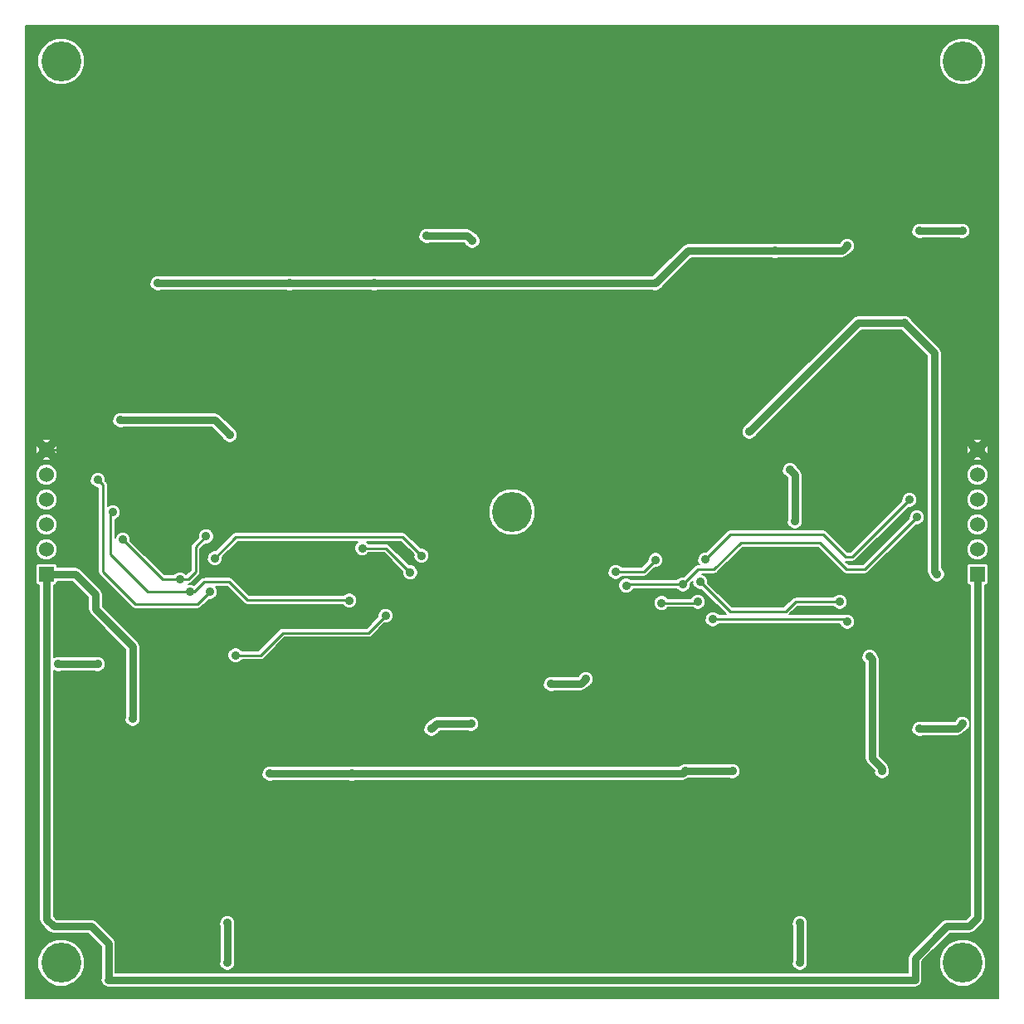
<source format=gbl>
G04 (created by PCBNEW (2013-07-07 BZR 4022)-stable) date 2/6/2015 12:36:25 AM*
%MOIN*%
G04 Gerber Fmt 3.4, Leading zero omitted, Abs format*
%FSLAX34Y34*%
G01*
G70*
G90*
G04 APERTURE LIST*
%ADD10C,0.00590551*%
%ADD11R,0.06X0.06*%
%ADD12C,0.06*%
%ADD13C,0.16*%
%ADD14C,0.035*%
%ADD15C,0.01*%
%ADD16C,0.03*%
%ADD17C,0.008*%
G04 APERTURE END LIST*
G54D10*
G54D11*
X16732Y-33996D03*
G54D12*
X16732Y-32996D03*
X16732Y-31996D03*
X16732Y-30996D03*
X16732Y-29996D03*
X16732Y-28996D03*
G54D11*
X54133Y-33996D03*
G54D12*
X54133Y-32996D03*
X54133Y-31996D03*
X54133Y-30996D03*
X54133Y-29996D03*
X54133Y-28996D03*
G54D13*
X17322Y-13385D03*
X53543Y-13385D03*
X53543Y-49606D03*
X17322Y-49606D03*
X35433Y-31496D03*
G54D14*
X24332Y-37246D03*
X30360Y-35662D03*
X43500Y-35800D03*
X48900Y-35900D03*
X19800Y-32600D03*
X23150Y-32475D03*
X29425Y-32950D03*
X31350Y-33925D03*
X39600Y-33900D03*
X41200Y-33425D03*
X48600Y-35100D03*
X43000Y-34300D03*
X22100Y-34200D03*
X19400Y-31500D03*
X40025Y-34450D03*
X28900Y-35050D03*
X51700Y-31700D03*
X42300Y-34400D03*
X22500Y-34700D03*
X44968Y-28270D03*
X41200Y-22300D03*
X46000Y-21000D03*
X48900Y-20800D03*
X52503Y-33996D03*
X51200Y-23900D03*
X42400Y-41900D03*
X44300Y-41900D03*
X50300Y-41900D03*
X49800Y-37300D03*
X20200Y-39800D03*
X29000Y-42000D03*
X25700Y-42000D03*
X26500Y-22300D03*
X19700Y-27800D03*
X24100Y-28400D03*
X21200Y-22300D03*
X29900Y-22300D03*
X23300Y-34700D03*
X18800Y-30200D03*
X51400Y-31000D03*
X43200Y-33400D03*
X51436Y-28908D03*
X23958Y-17380D03*
X29238Y-19646D03*
X21274Y-18370D03*
X21560Y-29084D03*
X19844Y-28688D03*
X17996Y-28996D03*
X21934Y-43098D03*
X28402Y-38808D03*
X23694Y-38038D03*
X41954Y-44946D03*
X43252Y-37994D03*
X46860Y-39182D03*
X45716Y-36652D03*
X47410Y-33462D03*
X46904Y-19844D03*
X46750Y-21868D03*
X42042Y-28270D03*
X49500Y-19580D03*
X44726Y-17754D03*
X43450Y-17226D03*
X41448Y-17996D03*
X46650Y-33125D03*
X44875Y-34500D03*
X26500Y-33000D03*
X25100Y-34600D03*
X53524Y-20200D03*
X51800Y-20200D03*
X53524Y-40000D03*
X51800Y-40200D03*
X23500Y-33350D03*
X31800Y-33250D03*
X41450Y-35150D03*
X42900Y-35100D03*
X47000Y-49600D03*
X47000Y-48000D03*
X46800Y-31871D03*
X46600Y-29800D03*
X17200Y-37600D03*
X18800Y-37600D03*
X37000Y-38400D03*
X38400Y-38200D03*
X33800Y-40000D03*
X32200Y-40200D03*
X24000Y-48000D03*
X24000Y-49600D03*
X33839Y-20600D03*
X32000Y-20400D03*
G54D15*
X25322Y-37246D02*
X24332Y-37246D01*
X26224Y-36344D02*
X25322Y-37246D01*
X29678Y-36344D02*
X26224Y-36344D01*
X30360Y-35662D02*
X29678Y-36344D01*
X48800Y-35800D02*
X43500Y-35800D01*
X48900Y-35900D02*
X48800Y-35800D01*
X21400Y-34200D02*
X22100Y-34200D01*
X19800Y-32600D02*
X21400Y-34200D01*
X22425Y-34200D02*
X22100Y-34200D01*
X22725Y-33900D02*
X22425Y-34200D01*
X22725Y-32900D02*
X22725Y-33900D01*
X23150Y-32475D02*
X22725Y-32900D01*
X30375Y-32950D02*
X29425Y-32950D01*
X31350Y-33925D02*
X30375Y-32950D01*
X40725Y-33900D02*
X39600Y-33900D01*
X41200Y-33425D02*
X40725Y-33900D01*
X48600Y-35100D02*
X46825Y-35100D01*
X44200Y-35500D02*
X43000Y-34300D01*
X46425Y-35500D02*
X44200Y-35500D01*
X46825Y-35100D02*
X46425Y-35500D01*
X20000Y-33900D02*
X20800Y-34700D01*
X20800Y-34700D02*
X22500Y-34700D01*
X19300Y-33200D02*
X20000Y-33900D01*
X19300Y-31600D02*
X19300Y-33200D01*
X19400Y-31500D02*
X19300Y-31600D01*
X22500Y-34700D02*
X22675Y-34700D01*
X40075Y-34400D02*
X42300Y-34400D01*
X40025Y-34450D02*
X40075Y-34400D01*
X28875Y-35025D02*
X28900Y-35050D01*
X24800Y-35025D02*
X28875Y-35025D01*
X24075Y-34300D02*
X24800Y-35025D01*
X23075Y-34300D02*
X24075Y-34300D01*
X22675Y-34700D02*
X23075Y-34300D01*
X49600Y-33800D02*
X48875Y-33800D01*
X48875Y-33800D02*
X47800Y-32725D01*
X47800Y-32725D02*
X44625Y-32725D01*
X44625Y-32725D02*
X43550Y-33800D01*
X43550Y-33800D02*
X42900Y-33800D01*
X42900Y-33800D02*
X42300Y-34400D01*
X51700Y-31700D02*
X49600Y-33800D01*
G54D16*
X16732Y-47832D02*
X16732Y-47852D01*
X16732Y-33996D02*
X16732Y-47832D01*
X19220Y-48840D02*
X19220Y-50300D01*
X18520Y-48140D02*
X19220Y-48840D01*
X17020Y-48140D02*
X18520Y-48140D01*
X16732Y-47852D02*
X17020Y-48140D01*
X54133Y-47780D02*
X54133Y-47806D01*
X54133Y-47806D02*
X53800Y-48140D01*
X53800Y-48140D02*
X52900Y-48140D01*
X52900Y-48140D02*
X51625Y-49414D01*
X51625Y-49414D02*
X51625Y-50300D01*
X51625Y-50300D02*
X19220Y-50300D01*
X19220Y-50300D02*
X19200Y-50300D01*
X49338Y-23900D02*
X51200Y-23900D01*
X44968Y-28270D02*
X49338Y-23900D01*
X54133Y-33996D02*
X54133Y-47780D01*
X54133Y-47780D02*
X54133Y-47791D01*
X29000Y-42000D02*
X42300Y-42000D01*
X42300Y-42000D02*
X42400Y-41900D01*
X41200Y-22300D02*
X29900Y-22300D01*
X46000Y-21000D02*
X42500Y-21000D01*
X42500Y-21000D02*
X41200Y-22300D01*
X48700Y-21000D02*
X46000Y-21000D01*
X48900Y-20800D02*
X48700Y-21000D01*
X52400Y-25100D02*
X51200Y-23900D01*
X52400Y-33892D02*
X52400Y-25100D01*
X52400Y-33892D02*
X52503Y-33996D01*
X44300Y-41900D02*
X42400Y-41900D01*
X50300Y-41800D02*
X50300Y-41900D01*
X49900Y-41400D02*
X50300Y-41800D01*
X49900Y-37400D02*
X49900Y-41400D01*
X49800Y-37300D02*
X49900Y-37400D01*
X16732Y-33996D02*
X17896Y-33996D01*
X18700Y-35400D02*
X20200Y-36900D01*
X20200Y-36900D02*
X20200Y-39800D01*
X18700Y-34800D02*
X18700Y-35400D01*
X17896Y-33996D02*
X18700Y-34800D01*
X25700Y-42000D02*
X29000Y-42000D01*
X23500Y-27800D02*
X19700Y-27800D01*
X24100Y-28400D02*
X23500Y-27800D01*
X21200Y-22300D02*
X26500Y-22300D01*
X26500Y-22300D02*
X29900Y-22300D01*
G54D15*
X19900Y-34800D02*
X20300Y-35200D01*
X20300Y-35200D02*
X22800Y-35200D01*
X22800Y-35200D02*
X23300Y-34700D01*
X19000Y-33900D02*
X19900Y-34800D01*
X19000Y-30400D02*
X19000Y-33900D01*
X18800Y-30200D02*
X19000Y-30400D01*
X49100Y-33300D02*
X48825Y-33300D01*
X51400Y-31000D02*
X49100Y-33300D01*
X44200Y-32400D02*
X43200Y-33400D01*
X47925Y-32400D02*
X44200Y-32400D01*
X48825Y-33300D02*
X47925Y-32400D01*
X43300Y-33300D02*
X43200Y-33400D01*
X42944Y-29172D02*
X42042Y-28270D01*
X45078Y-29172D02*
X42944Y-29172D01*
X45606Y-28644D02*
X45078Y-29172D01*
X51172Y-28644D02*
X45606Y-28644D01*
X51436Y-28908D02*
X51172Y-28644D01*
X43252Y-37994D02*
X39710Y-37994D01*
X30206Y-38808D02*
X28402Y-38808D01*
X31812Y-37202D02*
X30206Y-38808D01*
X38918Y-37202D02*
X31812Y-37202D01*
X39710Y-37994D02*
X38918Y-37202D01*
X41448Y-17996D02*
X30888Y-17996D01*
X30888Y-17996D02*
X29238Y-19646D01*
X21428Y-18216D02*
X21274Y-18370D01*
X23122Y-18216D02*
X21428Y-18216D01*
X23958Y-17380D02*
X23122Y-18216D01*
X27962Y-18370D02*
X21274Y-18370D01*
X29238Y-19646D02*
X27962Y-18370D01*
X16732Y-28996D02*
X17995Y-28996D01*
X20240Y-29084D02*
X21560Y-29084D01*
X19844Y-28688D02*
X20240Y-29084D01*
X17995Y-28996D02*
X17996Y-28996D01*
X26500Y-33000D02*
X28424Y-33000D01*
X28424Y-33000D02*
X31196Y-35772D01*
X31196Y-35772D02*
X31196Y-36520D01*
X31196Y-36520D02*
X29326Y-38390D01*
X29326Y-38390D02*
X28820Y-38390D01*
X28820Y-38390D02*
X28402Y-38808D01*
X26488Y-38544D02*
X26488Y-38038D01*
X21934Y-43098D02*
X26488Y-38544D01*
X27632Y-38038D02*
X26488Y-38038D01*
X28402Y-38808D02*
X27632Y-38038D01*
X26488Y-38038D02*
X23694Y-38038D01*
X46860Y-43956D02*
X46860Y-39182D01*
X45914Y-44902D02*
X46860Y-43956D01*
X41998Y-44902D02*
X45914Y-44902D01*
X41954Y-44946D02*
X41998Y-44902D01*
X45672Y-37994D02*
X43252Y-37994D01*
X46860Y-39182D02*
X45672Y-37994D01*
X49082Y-36652D02*
X45716Y-36652D01*
X49676Y-36058D02*
X49082Y-36652D01*
X49676Y-34628D02*
X49676Y-36058D01*
X49566Y-34518D02*
X49676Y-34628D01*
X48466Y-34518D02*
X49566Y-34518D01*
X47410Y-33462D02*
X48466Y-34518D01*
X46904Y-19844D02*
X46926Y-19844D01*
X41822Y-26796D02*
X46750Y-21868D01*
X41822Y-28050D02*
X41822Y-26796D01*
X42042Y-28270D02*
X41822Y-28050D01*
X49236Y-19844D02*
X49500Y-19580D01*
X46816Y-19844D02*
X46926Y-19844D01*
X46926Y-19844D02*
X49236Y-19844D01*
X44726Y-17754D02*
X46816Y-19844D01*
X42218Y-17226D02*
X43450Y-17226D01*
X41448Y-17996D02*
X42218Y-17226D01*
G54D16*
X16732Y-28996D02*
X16732Y-29132D01*
X16732Y-29132D02*
X16864Y-29000D01*
G54D15*
X46250Y-33125D02*
X46650Y-33125D01*
X44875Y-34500D02*
X46250Y-33125D01*
X26500Y-33200D02*
X26500Y-33000D01*
X25100Y-34600D02*
X26500Y-33200D01*
G54D16*
X51800Y-20200D02*
X53524Y-20200D01*
X53324Y-40200D02*
X51800Y-40200D01*
X53324Y-40200D02*
X53524Y-40000D01*
G54D15*
X24350Y-32500D02*
X23500Y-33350D01*
X31050Y-32500D02*
X24350Y-32500D01*
X31800Y-33250D02*
X31050Y-32500D01*
X42850Y-35150D02*
X41450Y-35150D01*
X42900Y-35100D02*
X42850Y-35150D01*
G54D16*
X47000Y-48000D02*
X47000Y-49600D01*
X46800Y-30000D02*
X46600Y-29800D01*
X46800Y-30000D02*
X46800Y-31871D01*
X18800Y-37600D02*
X17200Y-37600D01*
X38200Y-38400D02*
X37000Y-38400D01*
X38400Y-38200D02*
X38200Y-38400D01*
X32400Y-40000D02*
X33800Y-40000D01*
X32200Y-40200D02*
X32400Y-40000D01*
X24000Y-48000D02*
X24000Y-49600D01*
X33639Y-20400D02*
X32000Y-20400D01*
X33639Y-20400D02*
X33839Y-20600D01*
G54D10*
G36*
X54978Y-51041D02*
X54579Y-51041D01*
X54579Y-28948D01*
X54564Y-28868D01*
X54512Y-28829D01*
X54483Y-28858D01*
X54483Y-13199D01*
X54340Y-12854D01*
X54076Y-12589D01*
X53731Y-12445D01*
X53357Y-12445D01*
X53011Y-12588D01*
X52746Y-12852D01*
X52603Y-13198D01*
X52603Y-13571D01*
X52745Y-13917D01*
X53010Y-14182D01*
X53355Y-14325D01*
X53729Y-14325D01*
X54075Y-14183D01*
X54339Y-13918D01*
X54483Y-13573D01*
X54483Y-13199D01*
X54483Y-28858D01*
X54345Y-28996D01*
X54512Y-29162D01*
X54564Y-29123D01*
X54579Y-28948D01*
X54579Y-51041D01*
X54573Y-51041D01*
X54573Y-32908D01*
X54573Y-31908D01*
X54573Y-30908D01*
X54573Y-29908D01*
X54507Y-29747D01*
X54383Y-29623D01*
X54300Y-29588D01*
X54300Y-29374D01*
X54300Y-28617D01*
X54261Y-28565D01*
X54086Y-28549D01*
X54006Y-28565D01*
X53967Y-28617D01*
X54133Y-28783D01*
X54300Y-28617D01*
X54300Y-29374D01*
X54133Y-29208D01*
X53967Y-29374D01*
X54006Y-29426D01*
X54181Y-29442D01*
X54261Y-29426D01*
X54300Y-29374D01*
X54300Y-29588D01*
X54221Y-29556D01*
X54046Y-29555D01*
X53921Y-29607D01*
X53921Y-28996D01*
X53839Y-28913D01*
X53839Y-20137D01*
X53791Y-20021D01*
X53703Y-19933D01*
X53587Y-19885D01*
X53462Y-19884D01*
X53401Y-19910D01*
X51923Y-19910D01*
X51862Y-19885D01*
X51737Y-19884D01*
X51621Y-19932D01*
X51533Y-20021D01*
X51485Y-20137D01*
X51484Y-20262D01*
X51532Y-20378D01*
X51621Y-20466D01*
X51737Y-20514D01*
X51862Y-20515D01*
X51923Y-20490D01*
X53401Y-20490D01*
X53461Y-20514D01*
X53586Y-20515D01*
X53702Y-20467D01*
X53791Y-20378D01*
X53839Y-20262D01*
X53839Y-20137D01*
X53839Y-28913D01*
X53755Y-28829D01*
X53703Y-28868D01*
X53687Y-29043D01*
X53703Y-29123D01*
X53755Y-29162D01*
X53921Y-28996D01*
X53921Y-29607D01*
X53884Y-29622D01*
X53761Y-29746D01*
X53693Y-29908D01*
X53693Y-30083D01*
X53760Y-30244D01*
X53884Y-30368D01*
X54045Y-30435D01*
X54220Y-30436D01*
X54382Y-30369D01*
X54506Y-30245D01*
X54573Y-30083D01*
X54573Y-29908D01*
X54573Y-30908D01*
X54507Y-30747D01*
X54383Y-30623D01*
X54221Y-30556D01*
X54046Y-30555D01*
X53884Y-30622D01*
X53761Y-30746D01*
X53693Y-30908D01*
X53693Y-31083D01*
X53760Y-31244D01*
X53884Y-31368D01*
X54045Y-31435D01*
X54220Y-31436D01*
X54382Y-31369D01*
X54506Y-31245D01*
X54573Y-31083D01*
X54573Y-30908D01*
X54573Y-31908D01*
X54507Y-31747D01*
X54383Y-31623D01*
X54221Y-31556D01*
X54046Y-31555D01*
X53884Y-31622D01*
X53761Y-31746D01*
X53693Y-31908D01*
X53693Y-32083D01*
X53760Y-32244D01*
X53884Y-32368D01*
X54045Y-32435D01*
X54220Y-32436D01*
X54382Y-32369D01*
X54506Y-32245D01*
X54573Y-32083D01*
X54573Y-31908D01*
X54573Y-32908D01*
X54507Y-32747D01*
X54383Y-32623D01*
X54221Y-32556D01*
X54046Y-32555D01*
X53884Y-32622D01*
X53761Y-32746D01*
X53693Y-32908D01*
X53693Y-33083D01*
X53760Y-33244D01*
X53884Y-33368D01*
X54045Y-33435D01*
X54220Y-33436D01*
X54382Y-33369D01*
X54506Y-33245D01*
X54573Y-33083D01*
X54573Y-32908D01*
X54573Y-51041D01*
X54573Y-51041D01*
X54573Y-34268D01*
X54573Y-33668D01*
X54552Y-33616D01*
X54513Y-33577D01*
X54461Y-33556D01*
X54406Y-33556D01*
X53806Y-33556D01*
X53754Y-33577D01*
X53715Y-33616D01*
X53693Y-33668D01*
X53693Y-33723D01*
X53693Y-34323D01*
X53715Y-34375D01*
X53754Y-34414D01*
X53805Y-34436D01*
X53843Y-34436D01*
X53843Y-47686D01*
X53839Y-47690D01*
X53839Y-39937D01*
X53791Y-39821D01*
X53703Y-39733D01*
X53587Y-39685D01*
X53462Y-39684D01*
X53346Y-39732D01*
X53257Y-39821D01*
X53232Y-39881D01*
X53204Y-39910D01*
X52818Y-39910D01*
X52818Y-33933D01*
X52771Y-33817D01*
X52690Y-33736D01*
X52690Y-25100D01*
X52689Y-25099D01*
X52690Y-25099D01*
X52667Y-24989D01*
X52605Y-24894D01*
X52605Y-24894D01*
X51492Y-23781D01*
X51467Y-23721D01*
X51378Y-23633D01*
X51262Y-23585D01*
X51137Y-23584D01*
X51076Y-23610D01*
X49338Y-23610D01*
X49227Y-23632D01*
X49215Y-23640D01*
X49215Y-20737D01*
X49167Y-20621D01*
X49078Y-20533D01*
X48962Y-20485D01*
X48837Y-20484D01*
X48721Y-20532D01*
X48633Y-20621D01*
X48607Y-20681D01*
X48579Y-20710D01*
X46123Y-20710D01*
X46062Y-20685D01*
X45937Y-20684D01*
X45876Y-20710D01*
X42500Y-20710D01*
X42389Y-20732D01*
X42294Y-20794D01*
X41081Y-22007D01*
X41076Y-22010D01*
X34154Y-22010D01*
X34154Y-20537D01*
X34106Y-20421D01*
X34018Y-20333D01*
X33957Y-20307D01*
X33844Y-20194D01*
X33750Y-20132D01*
X33639Y-20110D01*
X32123Y-20110D01*
X32062Y-20085D01*
X31937Y-20084D01*
X31821Y-20132D01*
X31733Y-20221D01*
X31685Y-20337D01*
X31684Y-20462D01*
X31732Y-20578D01*
X31821Y-20666D01*
X31937Y-20714D01*
X32062Y-20715D01*
X32123Y-20690D01*
X33519Y-20690D01*
X33547Y-20718D01*
X33572Y-20778D01*
X33660Y-20866D01*
X33776Y-20914D01*
X33901Y-20915D01*
X34017Y-20867D01*
X34106Y-20778D01*
X34154Y-20662D01*
X34154Y-20537D01*
X34154Y-22010D01*
X30023Y-22010D01*
X29962Y-21985D01*
X29837Y-21984D01*
X29776Y-22010D01*
X26623Y-22010D01*
X26562Y-21985D01*
X26437Y-21984D01*
X26376Y-22010D01*
X21323Y-22010D01*
X21262Y-21985D01*
X21137Y-21984D01*
X21021Y-22032D01*
X20933Y-22121D01*
X20885Y-22237D01*
X20884Y-22362D01*
X20932Y-22478D01*
X21021Y-22566D01*
X21137Y-22614D01*
X21262Y-22615D01*
X21323Y-22590D01*
X26376Y-22590D01*
X26437Y-22614D01*
X26562Y-22615D01*
X26623Y-22590D01*
X29776Y-22590D01*
X29837Y-22614D01*
X29962Y-22615D01*
X30023Y-22590D01*
X41076Y-22590D01*
X41137Y-22614D01*
X41262Y-22615D01*
X41378Y-22567D01*
X41466Y-22478D01*
X41492Y-22418D01*
X42620Y-21290D01*
X45876Y-21290D01*
X45937Y-21314D01*
X46062Y-21315D01*
X46123Y-21290D01*
X48700Y-21290D01*
X48810Y-21267D01*
X48905Y-21205D01*
X49018Y-21092D01*
X49078Y-21067D01*
X49166Y-20978D01*
X49214Y-20862D01*
X49215Y-20737D01*
X49215Y-23640D01*
X49132Y-23694D01*
X49132Y-23694D01*
X44849Y-27977D01*
X44789Y-28002D01*
X44701Y-28091D01*
X44653Y-28207D01*
X44652Y-28332D01*
X44700Y-28448D01*
X44789Y-28536D01*
X44905Y-28584D01*
X45030Y-28585D01*
X45146Y-28537D01*
X45234Y-28448D01*
X45260Y-28388D01*
X49458Y-24190D01*
X51076Y-24190D01*
X51081Y-24192D01*
X52110Y-25220D01*
X52110Y-33892D01*
X52132Y-34003D01*
X52194Y-34097D01*
X52211Y-34114D01*
X52236Y-34174D01*
X52325Y-34262D01*
X52441Y-34311D01*
X52566Y-34311D01*
X52682Y-34263D01*
X52770Y-34174D01*
X52818Y-34058D01*
X52818Y-33933D01*
X52818Y-39910D01*
X52015Y-39910D01*
X52015Y-31637D01*
X51967Y-31521D01*
X51878Y-31433D01*
X51762Y-31385D01*
X51637Y-31384D01*
X51521Y-31432D01*
X51433Y-31521D01*
X51385Y-31637D01*
X51384Y-31746D01*
X49521Y-33610D01*
X48953Y-33610D01*
X48833Y-33490D01*
X49100Y-33490D01*
X49172Y-33475D01*
X49234Y-33434D01*
X51353Y-31314D01*
X51462Y-31315D01*
X51578Y-31267D01*
X51666Y-31178D01*
X51714Y-31062D01*
X51715Y-30937D01*
X51667Y-30821D01*
X51578Y-30733D01*
X51462Y-30685D01*
X51337Y-30684D01*
X51221Y-30732D01*
X51133Y-30821D01*
X51085Y-30937D01*
X51084Y-31046D01*
X49021Y-33110D01*
X48903Y-33110D01*
X48059Y-32265D01*
X47997Y-32224D01*
X47925Y-32210D01*
X47115Y-32210D01*
X47115Y-31808D01*
X47090Y-31748D01*
X47090Y-30000D01*
X47067Y-29889D01*
X47005Y-29794D01*
X46892Y-29681D01*
X46867Y-29621D01*
X46778Y-29533D01*
X46662Y-29485D01*
X46537Y-29484D01*
X46421Y-29532D01*
X46333Y-29621D01*
X46285Y-29737D01*
X46284Y-29862D01*
X46332Y-29978D01*
X46421Y-30066D01*
X46481Y-30092D01*
X46510Y-30120D01*
X46510Y-31748D01*
X46485Y-31808D01*
X46484Y-31933D01*
X46532Y-32049D01*
X46621Y-32137D01*
X46737Y-32186D01*
X46862Y-32186D01*
X46978Y-32138D01*
X47066Y-32049D01*
X47114Y-31933D01*
X47115Y-31808D01*
X47115Y-32210D01*
X44200Y-32210D01*
X44127Y-32224D01*
X44065Y-32265D01*
X44065Y-32265D01*
X43246Y-33085D01*
X43137Y-33084D01*
X43021Y-33132D01*
X42933Y-33221D01*
X42885Y-33337D01*
X42884Y-33462D01*
X42932Y-33578D01*
X42964Y-33610D01*
X42900Y-33610D01*
X42827Y-33624D01*
X42765Y-33665D01*
X42765Y-33665D01*
X42346Y-34085D01*
X42237Y-34084D01*
X42121Y-34132D01*
X42044Y-34210D01*
X41515Y-34210D01*
X41515Y-33362D01*
X41467Y-33246D01*
X41378Y-33158D01*
X41262Y-33110D01*
X41137Y-33109D01*
X41021Y-33157D01*
X40933Y-33246D01*
X40885Y-33362D01*
X40884Y-33471D01*
X40646Y-33710D01*
X39855Y-33710D01*
X39778Y-33633D01*
X39662Y-33585D01*
X39537Y-33584D01*
X39421Y-33632D01*
X39333Y-33721D01*
X39285Y-33837D01*
X39284Y-33962D01*
X39332Y-34078D01*
X39421Y-34166D01*
X39537Y-34214D01*
X39662Y-34215D01*
X39778Y-34167D01*
X39855Y-34090D01*
X40725Y-34090D01*
X40797Y-34075D01*
X40859Y-34034D01*
X41153Y-33739D01*
X41262Y-33740D01*
X41378Y-33692D01*
X41466Y-33603D01*
X41514Y-33487D01*
X41515Y-33362D01*
X41515Y-34210D01*
X40230Y-34210D01*
X40203Y-34183D01*
X40087Y-34135D01*
X39962Y-34134D01*
X39846Y-34182D01*
X39758Y-34271D01*
X39710Y-34387D01*
X39709Y-34512D01*
X39757Y-34628D01*
X39846Y-34716D01*
X39962Y-34764D01*
X40087Y-34765D01*
X40203Y-34717D01*
X40291Y-34628D01*
X40307Y-34590D01*
X42044Y-34590D01*
X42121Y-34666D01*
X42237Y-34714D01*
X42362Y-34715D01*
X42478Y-34667D01*
X42566Y-34578D01*
X42614Y-34462D01*
X42615Y-34353D01*
X42685Y-34283D01*
X42684Y-34362D01*
X42732Y-34478D01*
X42821Y-34566D01*
X42937Y-34614D01*
X43046Y-34615D01*
X44041Y-35610D01*
X43755Y-35610D01*
X43678Y-35533D01*
X43562Y-35485D01*
X43437Y-35484D01*
X43321Y-35532D01*
X43233Y-35621D01*
X43215Y-35664D01*
X43215Y-35037D01*
X43167Y-34921D01*
X43078Y-34833D01*
X42962Y-34785D01*
X42837Y-34784D01*
X42721Y-34832D01*
X42633Y-34921D01*
X42617Y-34960D01*
X41705Y-34960D01*
X41628Y-34883D01*
X41512Y-34835D01*
X41387Y-34834D01*
X41271Y-34882D01*
X41183Y-34971D01*
X41135Y-35087D01*
X41134Y-35212D01*
X41182Y-35328D01*
X41271Y-35416D01*
X41387Y-35464D01*
X41512Y-35465D01*
X41628Y-35417D01*
X41705Y-35340D01*
X42694Y-35340D01*
X42721Y-35366D01*
X42837Y-35414D01*
X42962Y-35415D01*
X43078Y-35367D01*
X43166Y-35278D01*
X43214Y-35162D01*
X43215Y-35037D01*
X43215Y-35664D01*
X43185Y-35737D01*
X43184Y-35862D01*
X43232Y-35978D01*
X43321Y-36066D01*
X43437Y-36114D01*
X43562Y-36115D01*
X43678Y-36067D01*
X43755Y-35990D01*
X48596Y-35990D01*
X48632Y-36078D01*
X48721Y-36166D01*
X48837Y-36214D01*
X48962Y-36215D01*
X49078Y-36167D01*
X49166Y-36078D01*
X49214Y-35962D01*
X49215Y-35837D01*
X49167Y-35721D01*
X49078Y-35633D01*
X48962Y-35585D01*
X48837Y-35584D01*
X48776Y-35610D01*
X46583Y-35610D01*
X46903Y-35290D01*
X48344Y-35290D01*
X48421Y-35366D01*
X48537Y-35414D01*
X48662Y-35415D01*
X48778Y-35367D01*
X48866Y-35278D01*
X48914Y-35162D01*
X48915Y-35037D01*
X48867Y-34921D01*
X48778Y-34833D01*
X48662Y-34785D01*
X48537Y-34784D01*
X48421Y-34832D01*
X48344Y-34910D01*
X46825Y-34910D01*
X46824Y-34910D01*
X46810Y-34912D01*
X46752Y-34924D01*
X46690Y-34965D01*
X46690Y-34965D01*
X46346Y-35310D01*
X44278Y-35310D01*
X43314Y-34346D01*
X43315Y-34237D01*
X43267Y-34121D01*
X43178Y-34033D01*
X43074Y-33990D01*
X43550Y-33990D01*
X43622Y-33975D01*
X43684Y-33934D01*
X44703Y-32915D01*
X47721Y-32915D01*
X48740Y-33934D01*
X48802Y-33975D01*
X48875Y-33990D01*
X49600Y-33990D01*
X49672Y-33975D01*
X49734Y-33934D01*
X51653Y-32014D01*
X51762Y-32015D01*
X51878Y-31967D01*
X51966Y-31878D01*
X52014Y-31762D01*
X52015Y-31637D01*
X52015Y-39910D01*
X51923Y-39910D01*
X51862Y-39885D01*
X51737Y-39884D01*
X51621Y-39932D01*
X51533Y-40021D01*
X51485Y-40137D01*
X51484Y-40262D01*
X51532Y-40378D01*
X51621Y-40466D01*
X51737Y-40514D01*
X51862Y-40515D01*
X51923Y-40490D01*
X53324Y-40490D01*
X53435Y-40467D01*
X53529Y-40405D01*
X53642Y-40292D01*
X53702Y-40267D01*
X53791Y-40178D01*
X53839Y-40062D01*
X53839Y-39937D01*
X53839Y-47690D01*
X53679Y-47850D01*
X52900Y-47850D01*
X52789Y-47872D01*
X52694Y-47934D01*
X52694Y-47934D01*
X51420Y-49209D01*
X51357Y-49303D01*
X51335Y-49414D01*
X51335Y-50010D01*
X50615Y-50010D01*
X50615Y-41837D01*
X50581Y-41755D01*
X50581Y-41755D01*
X50567Y-41689D01*
X50505Y-41594D01*
X50505Y-41594D01*
X50190Y-41279D01*
X50190Y-37400D01*
X50167Y-37289D01*
X50105Y-37194D01*
X50092Y-37181D01*
X50067Y-37121D01*
X49978Y-37033D01*
X49862Y-36985D01*
X49737Y-36984D01*
X49621Y-37032D01*
X49533Y-37121D01*
X49485Y-37237D01*
X49484Y-37362D01*
X49532Y-37478D01*
X49610Y-37555D01*
X49610Y-41400D01*
X49632Y-41510D01*
X49694Y-41605D01*
X49985Y-41895D01*
X49984Y-41962D01*
X50032Y-42078D01*
X50121Y-42166D01*
X50237Y-42214D01*
X50362Y-42215D01*
X50478Y-42167D01*
X50566Y-42078D01*
X50614Y-41962D01*
X50615Y-41837D01*
X50615Y-50010D01*
X47315Y-50010D01*
X47315Y-49537D01*
X47290Y-49476D01*
X47290Y-48123D01*
X47314Y-48062D01*
X47315Y-47937D01*
X47267Y-47821D01*
X47178Y-47733D01*
X47062Y-47685D01*
X46937Y-47684D01*
X46821Y-47732D01*
X46733Y-47821D01*
X46685Y-47937D01*
X46684Y-48062D01*
X46710Y-48123D01*
X46710Y-49476D01*
X46685Y-49537D01*
X46684Y-49662D01*
X46732Y-49778D01*
X46821Y-49866D01*
X46937Y-49914D01*
X47062Y-49915D01*
X47178Y-49867D01*
X47266Y-49778D01*
X47314Y-49662D01*
X47315Y-49537D01*
X47315Y-50010D01*
X44615Y-50010D01*
X44615Y-41837D01*
X44567Y-41721D01*
X44478Y-41633D01*
X44362Y-41585D01*
X44237Y-41584D01*
X44176Y-41610D01*
X42523Y-41610D01*
X42462Y-41585D01*
X42337Y-41584D01*
X42221Y-41632D01*
X42144Y-41710D01*
X38715Y-41710D01*
X38715Y-38137D01*
X38667Y-38021D01*
X38578Y-37933D01*
X38462Y-37885D01*
X38337Y-37884D01*
X38221Y-37932D01*
X38133Y-38021D01*
X38107Y-38081D01*
X38079Y-38110D01*
X37123Y-38110D01*
X37062Y-38085D01*
X36937Y-38084D01*
X36821Y-38132D01*
X36733Y-38221D01*
X36685Y-38337D01*
X36684Y-38462D01*
X36732Y-38578D01*
X36821Y-38666D01*
X36937Y-38714D01*
X37062Y-38715D01*
X37123Y-38690D01*
X38200Y-38690D01*
X38310Y-38667D01*
X38405Y-38605D01*
X38518Y-38492D01*
X38578Y-38467D01*
X38666Y-38378D01*
X38714Y-38262D01*
X38715Y-38137D01*
X38715Y-41710D01*
X36373Y-41710D01*
X36373Y-31309D01*
X36230Y-30964D01*
X35966Y-30699D01*
X35620Y-30556D01*
X35246Y-30555D01*
X34901Y-30698D01*
X34636Y-30962D01*
X34493Y-31308D01*
X34492Y-31682D01*
X34635Y-32027D01*
X34899Y-32292D01*
X35245Y-32435D01*
X35619Y-32436D01*
X35964Y-32293D01*
X36229Y-32029D01*
X36372Y-31683D01*
X36373Y-31309D01*
X36373Y-41710D01*
X34115Y-41710D01*
X34115Y-39937D01*
X34067Y-39821D01*
X33978Y-39733D01*
X33862Y-39685D01*
X33737Y-39684D01*
X33676Y-39710D01*
X32400Y-39710D01*
X32289Y-39732D01*
X32194Y-39794D01*
X32115Y-39874D01*
X32115Y-33187D01*
X32067Y-33071D01*
X31978Y-32983D01*
X31862Y-32935D01*
X31753Y-32934D01*
X31184Y-32365D01*
X31122Y-32324D01*
X31050Y-32310D01*
X24415Y-32310D01*
X24415Y-28337D01*
X24367Y-28221D01*
X24278Y-28133D01*
X24218Y-28107D01*
X23705Y-27594D01*
X23610Y-27532D01*
X23500Y-27510D01*
X19823Y-27510D01*
X19762Y-27485D01*
X19637Y-27484D01*
X19521Y-27532D01*
X19433Y-27621D01*
X19385Y-27737D01*
X19384Y-27862D01*
X19432Y-27978D01*
X19521Y-28066D01*
X19637Y-28114D01*
X19762Y-28115D01*
X19823Y-28090D01*
X23379Y-28090D01*
X23807Y-28518D01*
X23832Y-28578D01*
X23921Y-28666D01*
X24037Y-28714D01*
X24162Y-28715D01*
X24278Y-28667D01*
X24366Y-28578D01*
X24414Y-28462D01*
X24415Y-28337D01*
X24415Y-32310D01*
X24350Y-32310D01*
X24277Y-32324D01*
X24215Y-32365D01*
X23546Y-33035D01*
X23437Y-33034D01*
X23321Y-33082D01*
X23233Y-33171D01*
X23185Y-33287D01*
X23184Y-33412D01*
X23232Y-33528D01*
X23321Y-33616D01*
X23437Y-33664D01*
X23562Y-33665D01*
X23678Y-33617D01*
X23766Y-33528D01*
X23814Y-33412D01*
X23815Y-33303D01*
X24428Y-32690D01*
X29239Y-32690D01*
X29158Y-32771D01*
X29110Y-32887D01*
X29109Y-33012D01*
X29157Y-33128D01*
X29246Y-33216D01*
X29362Y-33264D01*
X29487Y-33265D01*
X29603Y-33217D01*
X29680Y-33140D01*
X30296Y-33140D01*
X31035Y-33878D01*
X31034Y-33987D01*
X31082Y-34103D01*
X31171Y-34191D01*
X31287Y-34239D01*
X31412Y-34240D01*
X31528Y-34192D01*
X31616Y-34103D01*
X31664Y-33987D01*
X31665Y-33862D01*
X31617Y-33746D01*
X31528Y-33658D01*
X31412Y-33610D01*
X31303Y-33609D01*
X30509Y-32815D01*
X30447Y-32774D01*
X30375Y-32760D01*
X29680Y-32760D01*
X29610Y-32690D01*
X30971Y-32690D01*
X31485Y-33203D01*
X31484Y-33312D01*
X31532Y-33428D01*
X31621Y-33516D01*
X31737Y-33564D01*
X31862Y-33565D01*
X31978Y-33517D01*
X32066Y-33428D01*
X32114Y-33312D01*
X32115Y-33187D01*
X32115Y-39874D01*
X32081Y-39907D01*
X32021Y-39932D01*
X31933Y-40021D01*
X31885Y-40137D01*
X31884Y-40262D01*
X31932Y-40378D01*
X32021Y-40466D01*
X32137Y-40514D01*
X32262Y-40515D01*
X32378Y-40467D01*
X32466Y-40378D01*
X32492Y-40318D01*
X32520Y-40290D01*
X33676Y-40290D01*
X33737Y-40314D01*
X33862Y-40315D01*
X33978Y-40267D01*
X34066Y-40178D01*
X34114Y-40062D01*
X34115Y-39937D01*
X34115Y-41710D01*
X30675Y-41710D01*
X30675Y-35599D01*
X30627Y-35483D01*
X30538Y-35395D01*
X30422Y-35347D01*
X30297Y-35346D01*
X30181Y-35394D01*
X30093Y-35483D01*
X30045Y-35599D01*
X30044Y-35708D01*
X29599Y-36154D01*
X29215Y-36154D01*
X29215Y-34987D01*
X29167Y-34871D01*
X29078Y-34783D01*
X28962Y-34735D01*
X28837Y-34734D01*
X28721Y-34782D01*
X28669Y-34835D01*
X24878Y-34835D01*
X24209Y-34165D01*
X24147Y-34124D01*
X24075Y-34110D01*
X23075Y-34110D01*
X23074Y-34110D01*
X23060Y-34112D01*
X23002Y-34124D01*
X22940Y-34165D01*
X22940Y-34165D01*
X22674Y-34431D01*
X22562Y-34385D01*
X22450Y-34384D01*
X22497Y-34375D01*
X22559Y-34334D01*
X22859Y-34034D01*
X22859Y-34034D01*
X22859Y-34034D01*
X22900Y-33972D01*
X22915Y-33900D01*
X22914Y-33900D01*
X22915Y-33900D01*
X22915Y-32978D01*
X23103Y-32789D01*
X23212Y-32790D01*
X23328Y-32742D01*
X23416Y-32653D01*
X23464Y-32537D01*
X23465Y-32412D01*
X23417Y-32296D01*
X23328Y-32208D01*
X23212Y-32160D01*
X23087Y-32159D01*
X22971Y-32207D01*
X22883Y-32296D01*
X22835Y-32412D01*
X22834Y-32521D01*
X22590Y-32765D01*
X22549Y-32827D01*
X22535Y-32900D01*
X22535Y-33821D01*
X22350Y-34005D01*
X22278Y-33933D01*
X22162Y-33885D01*
X22037Y-33884D01*
X21921Y-33932D01*
X21844Y-34010D01*
X21478Y-34010D01*
X20114Y-32646D01*
X20115Y-32537D01*
X20067Y-32421D01*
X19978Y-32333D01*
X19862Y-32285D01*
X19737Y-32284D01*
X19621Y-32332D01*
X19533Y-32421D01*
X19490Y-32525D01*
X19490Y-31803D01*
X19578Y-31767D01*
X19666Y-31678D01*
X19714Y-31562D01*
X19715Y-31437D01*
X19667Y-31321D01*
X19578Y-31233D01*
X19462Y-31185D01*
X19337Y-31184D01*
X19221Y-31232D01*
X19190Y-31264D01*
X19190Y-30400D01*
X19175Y-30327D01*
X19134Y-30265D01*
X19134Y-30265D01*
X19114Y-30246D01*
X19115Y-30137D01*
X19067Y-30021D01*
X18978Y-29933D01*
X18862Y-29885D01*
X18737Y-29884D01*
X18621Y-29932D01*
X18533Y-30021D01*
X18485Y-30137D01*
X18484Y-30262D01*
X18532Y-30378D01*
X18621Y-30466D01*
X18737Y-30514D01*
X18810Y-30515D01*
X18810Y-33900D01*
X18824Y-33972D01*
X18865Y-34034D01*
X19765Y-34934D01*
X20165Y-35334D01*
X20165Y-35334D01*
X20227Y-35375D01*
X20227Y-35375D01*
X20285Y-35387D01*
X20299Y-35390D01*
X20299Y-35389D01*
X20300Y-35390D01*
X22800Y-35390D01*
X22872Y-35375D01*
X22934Y-35334D01*
X23253Y-35014D01*
X23362Y-35015D01*
X23478Y-34967D01*
X23566Y-34878D01*
X23614Y-34762D01*
X23615Y-34637D01*
X23567Y-34521D01*
X23535Y-34490D01*
X23996Y-34490D01*
X24665Y-35159D01*
X24727Y-35200D01*
X24800Y-35215D01*
X28627Y-35215D01*
X28632Y-35228D01*
X28721Y-35316D01*
X28837Y-35364D01*
X28962Y-35365D01*
X29078Y-35317D01*
X29166Y-35228D01*
X29214Y-35112D01*
X29215Y-34987D01*
X29215Y-36154D01*
X26224Y-36154D01*
X26151Y-36168D01*
X26089Y-36209D01*
X26089Y-36209D01*
X25243Y-37056D01*
X24587Y-37056D01*
X24510Y-36979D01*
X24394Y-36931D01*
X24269Y-36930D01*
X24153Y-36978D01*
X24065Y-37067D01*
X24017Y-37183D01*
X24016Y-37308D01*
X24064Y-37424D01*
X24153Y-37512D01*
X24269Y-37560D01*
X24394Y-37561D01*
X24510Y-37513D01*
X24587Y-37436D01*
X25322Y-37436D01*
X25394Y-37421D01*
X25456Y-37380D01*
X26302Y-36534D01*
X29678Y-36534D01*
X29750Y-36519D01*
X29812Y-36478D01*
X30313Y-35976D01*
X30422Y-35977D01*
X30538Y-35929D01*
X30626Y-35840D01*
X30674Y-35724D01*
X30675Y-35599D01*
X30675Y-41710D01*
X29123Y-41710D01*
X29062Y-41685D01*
X28937Y-41684D01*
X28876Y-41710D01*
X25823Y-41710D01*
X25762Y-41685D01*
X25637Y-41684D01*
X25521Y-41732D01*
X25433Y-41821D01*
X25385Y-41937D01*
X25384Y-42062D01*
X25432Y-42178D01*
X25521Y-42266D01*
X25637Y-42314D01*
X25762Y-42315D01*
X25823Y-42290D01*
X28876Y-42290D01*
X28937Y-42314D01*
X29062Y-42315D01*
X29123Y-42290D01*
X42300Y-42290D01*
X42410Y-42267D01*
X42505Y-42205D01*
X42518Y-42192D01*
X42523Y-42190D01*
X44176Y-42190D01*
X44237Y-42214D01*
X44362Y-42215D01*
X44478Y-42167D01*
X44566Y-42078D01*
X44614Y-41962D01*
X44615Y-41837D01*
X44615Y-50010D01*
X24315Y-50010D01*
X24315Y-49537D01*
X24290Y-49476D01*
X24290Y-48123D01*
X24314Y-48062D01*
X24315Y-47937D01*
X24267Y-47821D01*
X24178Y-47733D01*
X24062Y-47685D01*
X23937Y-47684D01*
X23821Y-47732D01*
X23733Y-47821D01*
X23685Y-47937D01*
X23684Y-48062D01*
X23710Y-48123D01*
X23710Y-49476D01*
X23685Y-49537D01*
X23684Y-49662D01*
X23732Y-49778D01*
X23821Y-49866D01*
X23937Y-49914D01*
X24062Y-49915D01*
X24178Y-49867D01*
X24266Y-49778D01*
X24314Y-49662D01*
X24315Y-49537D01*
X24315Y-50010D01*
X19510Y-50010D01*
X19510Y-48840D01*
X19509Y-48839D01*
X19510Y-48839D01*
X19487Y-48729D01*
X19425Y-48634D01*
X19425Y-48634D01*
X18725Y-47934D01*
X18630Y-47872D01*
X18520Y-47850D01*
X17140Y-47850D01*
X17022Y-47732D01*
X17022Y-37867D01*
X17137Y-37914D01*
X17262Y-37915D01*
X17323Y-37890D01*
X18676Y-37890D01*
X18737Y-37914D01*
X18862Y-37915D01*
X18978Y-37867D01*
X19066Y-37778D01*
X19114Y-37662D01*
X19115Y-37537D01*
X19067Y-37421D01*
X18978Y-37333D01*
X18862Y-37285D01*
X18737Y-37284D01*
X18676Y-37310D01*
X17323Y-37310D01*
X17262Y-37285D01*
X17137Y-37284D01*
X17022Y-37332D01*
X17022Y-34436D01*
X17060Y-34436D01*
X17111Y-34414D01*
X17150Y-34375D01*
X17172Y-34324D01*
X17172Y-34286D01*
X17775Y-34286D01*
X18410Y-34920D01*
X18410Y-35400D01*
X18432Y-35510D01*
X18494Y-35605D01*
X19910Y-37020D01*
X19910Y-39676D01*
X19885Y-39737D01*
X19884Y-39862D01*
X19932Y-39978D01*
X20021Y-40066D01*
X20137Y-40114D01*
X20262Y-40115D01*
X20378Y-40067D01*
X20466Y-39978D01*
X20514Y-39862D01*
X20515Y-39737D01*
X20490Y-39676D01*
X20490Y-36900D01*
X20467Y-36789D01*
X20405Y-36694D01*
X20405Y-36694D01*
X18990Y-35279D01*
X18990Y-34800D01*
X18967Y-34689D01*
X18905Y-34594D01*
X18262Y-33952D01*
X18262Y-13199D01*
X18120Y-12854D01*
X17855Y-12589D01*
X17510Y-12445D01*
X17136Y-12445D01*
X16791Y-12588D01*
X16526Y-12852D01*
X16382Y-13198D01*
X16382Y-13571D01*
X16525Y-13917D01*
X16789Y-14182D01*
X17135Y-14325D01*
X17508Y-14325D01*
X17854Y-14183D01*
X18119Y-13918D01*
X18262Y-13573D01*
X18262Y-13199D01*
X18262Y-33952D01*
X18101Y-33791D01*
X18007Y-33728D01*
X17896Y-33706D01*
X17178Y-33706D01*
X17178Y-28948D01*
X17162Y-28868D01*
X17110Y-28829D01*
X16944Y-28996D01*
X17110Y-29162D01*
X17162Y-29123D01*
X17178Y-28948D01*
X17178Y-33706D01*
X17172Y-33706D01*
X17172Y-32908D01*
X17172Y-31908D01*
X17172Y-30908D01*
X17172Y-29908D01*
X17105Y-29747D01*
X16981Y-29623D01*
X16898Y-29588D01*
X16898Y-29374D01*
X16898Y-28617D01*
X16859Y-28565D01*
X16685Y-28549D01*
X16605Y-28565D01*
X16565Y-28617D01*
X16732Y-28783D01*
X16898Y-28617D01*
X16898Y-29374D01*
X16732Y-29208D01*
X16565Y-29374D01*
X16605Y-29426D01*
X16779Y-29442D01*
X16859Y-29426D01*
X16898Y-29374D01*
X16898Y-29588D01*
X16820Y-29556D01*
X16645Y-29555D01*
X16520Y-29607D01*
X16520Y-28996D01*
X16353Y-28829D01*
X16302Y-28868D01*
X16286Y-29043D01*
X16302Y-29123D01*
X16353Y-29162D01*
X16520Y-28996D01*
X16520Y-29607D01*
X16483Y-29622D01*
X16359Y-29746D01*
X16292Y-29908D01*
X16292Y-30083D01*
X16359Y-30244D01*
X16482Y-30368D01*
X16644Y-30435D01*
X16819Y-30436D01*
X16981Y-30369D01*
X17105Y-30245D01*
X17172Y-30083D01*
X17172Y-29908D01*
X17172Y-30908D01*
X17105Y-30747D01*
X16981Y-30623D01*
X16820Y-30556D01*
X16645Y-30555D01*
X16483Y-30622D01*
X16359Y-30746D01*
X16292Y-30908D01*
X16292Y-31083D01*
X16359Y-31244D01*
X16482Y-31368D01*
X16644Y-31435D01*
X16819Y-31436D01*
X16981Y-31369D01*
X17105Y-31245D01*
X17172Y-31083D01*
X17172Y-30908D01*
X17172Y-31908D01*
X17105Y-31747D01*
X16981Y-31623D01*
X16820Y-31556D01*
X16645Y-31555D01*
X16483Y-31622D01*
X16359Y-31746D01*
X16292Y-31908D01*
X16292Y-32083D01*
X16359Y-32244D01*
X16482Y-32368D01*
X16644Y-32435D01*
X16819Y-32436D01*
X16981Y-32369D01*
X17105Y-32245D01*
X17172Y-32083D01*
X17172Y-31908D01*
X17172Y-32908D01*
X17105Y-32747D01*
X16981Y-32623D01*
X16820Y-32556D01*
X16645Y-32555D01*
X16483Y-32622D01*
X16359Y-32746D01*
X16292Y-32908D01*
X16292Y-33083D01*
X16359Y-33244D01*
X16482Y-33368D01*
X16644Y-33435D01*
X16819Y-33436D01*
X16981Y-33369D01*
X17105Y-33245D01*
X17172Y-33083D01*
X17172Y-32908D01*
X17172Y-33706D01*
X17172Y-33706D01*
X17172Y-33668D01*
X17151Y-33616D01*
X17111Y-33577D01*
X17060Y-33556D01*
X17004Y-33556D01*
X16404Y-33556D01*
X16353Y-33577D01*
X16313Y-33616D01*
X16292Y-33668D01*
X16292Y-33723D01*
X16292Y-34323D01*
X16313Y-34375D01*
X16352Y-34414D01*
X16404Y-34436D01*
X16442Y-34436D01*
X16442Y-47832D01*
X16442Y-47852D01*
X16464Y-47963D01*
X16527Y-48057D01*
X16814Y-48345D01*
X16909Y-48407D01*
X17020Y-48430D01*
X18399Y-48430D01*
X18930Y-48960D01*
X18930Y-50199D01*
X18910Y-50300D01*
X18932Y-50410D01*
X18994Y-50505D01*
X19089Y-50567D01*
X19200Y-50590D01*
X19220Y-50590D01*
X51625Y-50590D01*
X51736Y-50567D01*
X51830Y-50505D01*
X51893Y-50410D01*
X51915Y-50300D01*
X51915Y-49534D01*
X53020Y-48430D01*
X53800Y-48430D01*
X53910Y-48407D01*
X54005Y-48345D01*
X54338Y-48011D01*
X54401Y-47917D01*
X54423Y-47806D01*
X54423Y-47791D01*
X54423Y-47780D01*
X54423Y-34436D01*
X54461Y-34436D01*
X54513Y-34414D01*
X54552Y-34375D01*
X54573Y-34324D01*
X54573Y-34268D01*
X54573Y-51041D01*
X54483Y-51041D01*
X54483Y-49420D01*
X54340Y-49074D01*
X54076Y-48809D01*
X53731Y-48666D01*
X53357Y-48666D01*
X53011Y-48808D01*
X52746Y-49073D01*
X52603Y-49418D01*
X52603Y-49792D01*
X52745Y-50138D01*
X53010Y-50402D01*
X53355Y-50546D01*
X53729Y-50546D01*
X54075Y-50403D01*
X54339Y-50139D01*
X54483Y-49794D01*
X54483Y-49420D01*
X54483Y-51041D01*
X18262Y-51041D01*
X18262Y-49420D01*
X18120Y-49074D01*
X17855Y-48809D01*
X17510Y-48666D01*
X17136Y-48666D01*
X16791Y-48808D01*
X16526Y-49073D01*
X16382Y-49418D01*
X16382Y-49792D01*
X16525Y-50138D01*
X16789Y-50402D01*
X17135Y-50546D01*
X17508Y-50546D01*
X17854Y-50403D01*
X18119Y-50139D01*
X18262Y-49794D01*
X18262Y-49420D01*
X18262Y-51041D01*
X15887Y-51041D01*
X15887Y-11950D01*
X35433Y-11950D01*
X54978Y-11950D01*
X54978Y-51041D01*
X54978Y-51041D01*
G37*
G54D17*
X54978Y-51041D02*
X54579Y-51041D01*
X54579Y-28948D01*
X54564Y-28868D01*
X54512Y-28829D01*
X54483Y-28858D01*
X54483Y-13199D01*
X54340Y-12854D01*
X54076Y-12589D01*
X53731Y-12445D01*
X53357Y-12445D01*
X53011Y-12588D01*
X52746Y-12852D01*
X52603Y-13198D01*
X52603Y-13571D01*
X52745Y-13917D01*
X53010Y-14182D01*
X53355Y-14325D01*
X53729Y-14325D01*
X54075Y-14183D01*
X54339Y-13918D01*
X54483Y-13573D01*
X54483Y-13199D01*
X54483Y-28858D01*
X54345Y-28996D01*
X54512Y-29162D01*
X54564Y-29123D01*
X54579Y-28948D01*
X54579Y-51041D01*
X54573Y-51041D01*
X54573Y-32908D01*
X54573Y-31908D01*
X54573Y-30908D01*
X54573Y-29908D01*
X54507Y-29747D01*
X54383Y-29623D01*
X54300Y-29588D01*
X54300Y-29374D01*
X54300Y-28617D01*
X54261Y-28565D01*
X54086Y-28549D01*
X54006Y-28565D01*
X53967Y-28617D01*
X54133Y-28783D01*
X54300Y-28617D01*
X54300Y-29374D01*
X54133Y-29208D01*
X53967Y-29374D01*
X54006Y-29426D01*
X54181Y-29442D01*
X54261Y-29426D01*
X54300Y-29374D01*
X54300Y-29588D01*
X54221Y-29556D01*
X54046Y-29555D01*
X53921Y-29607D01*
X53921Y-28996D01*
X53839Y-28913D01*
X53839Y-20137D01*
X53791Y-20021D01*
X53703Y-19933D01*
X53587Y-19885D01*
X53462Y-19884D01*
X53401Y-19910D01*
X51923Y-19910D01*
X51862Y-19885D01*
X51737Y-19884D01*
X51621Y-19932D01*
X51533Y-20021D01*
X51485Y-20137D01*
X51484Y-20262D01*
X51532Y-20378D01*
X51621Y-20466D01*
X51737Y-20514D01*
X51862Y-20515D01*
X51923Y-20490D01*
X53401Y-20490D01*
X53461Y-20514D01*
X53586Y-20515D01*
X53702Y-20467D01*
X53791Y-20378D01*
X53839Y-20262D01*
X53839Y-20137D01*
X53839Y-28913D01*
X53755Y-28829D01*
X53703Y-28868D01*
X53687Y-29043D01*
X53703Y-29123D01*
X53755Y-29162D01*
X53921Y-28996D01*
X53921Y-29607D01*
X53884Y-29622D01*
X53761Y-29746D01*
X53693Y-29908D01*
X53693Y-30083D01*
X53760Y-30244D01*
X53884Y-30368D01*
X54045Y-30435D01*
X54220Y-30436D01*
X54382Y-30369D01*
X54506Y-30245D01*
X54573Y-30083D01*
X54573Y-29908D01*
X54573Y-30908D01*
X54507Y-30747D01*
X54383Y-30623D01*
X54221Y-30556D01*
X54046Y-30555D01*
X53884Y-30622D01*
X53761Y-30746D01*
X53693Y-30908D01*
X53693Y-31083D01*
X53760Y-31244D01*
X53884Y-31368D01*
X54045Y-31435D01*
X54220Y-31436D01*
X54382Y-31369D01*
X54506Y-31245D01*
X54573Y-31083D01*
X54573Y-30908D01*
X54573Y-31908D01*
X54507Y-31747D01*
X54383Y-31623D01*
X54221Y-31556D01*
X54046Y-31555D01*
X53884Y-31622D01*
X53761Y-31746D01*
X53693Y-31908D01*
X53693Y-32083D01*
X53760Y-32244D01*
X53884Y-32368D01*
X54045Y-32435D01*
X54220Y-32436D01*
X54382Y-32369D01*
X54506Y-32245D01*
X54573Y-32083D01*
X54573Y-31908D01*
X54573Y-32908D01*
X54507Y-32747D01*
X54383Y-32623D01*
X54221Y-32556D01*
X54046Y-32555D01*
X53884Y-32622D01*
X53761Y-32746D01*
X53693Y-32908D01*
X53693Y-33083D01*
X53760Y-33244D01*
X53884Y-33368D01*
X54045Y-33435D01*
X54220Y-33436D01*
X54382Y-33369D01*
X54506Y-33245D01*
X54573Y-33083D01*
X54573Y-32908D01*
X54573Y-51041D01*
X54573Y-51041D01*
X54573Y-34268D01*
X54573Y-33668D01*
X54552Y-33616D01*
X54513Y-33577D01*
X54461Y-33556D01*
X54406Y-33556D01*
X53806Y-33556D01*
X53754Y-33577D01*
X53715Y-33616D01*
X53693Y-33668D01*
X53693Y-33723D01*
X53693Y-34323D01*
X53715Y-34375D01*
X53754Y-34414D01*
X53805Y-34436D01*
X53843Y-34436D01*
X53843Y-47686D01*
X53839Y-47690D01*
X53839Y-39937D01*
X53791Y-39821D01*
X53703Y-39733D01*
X53587Y-39685D01*
X53462Y-39684D01*
X53346Y-39732D01*
X53257Y-39821D01*
X53232Y-39881D01*
X53204Y-39910D01*
X52818Y-39910D01*
X52818Y-33933D01*
X52771Y-33817D01*
X52690Y-33736D01*
X52690Y-25100D01*
X52689Y-25099D01*
X52690Y-25099D01*
X52667Y-24989D01*
X52605Y-24894D01*
X52605Y-24894D01*
X51492Y-23781D01*
X51467Y-23721D01*
X51378Y-23633D01*
X51262Y-23585D01*
X51137Y-23584D01*
X51076Y-23610D01*
X49338Y-23610D01*
X49227Y-23632D01*
X49215Y-23640D01*
X49215Y-20737D01*
X49167Y-20621D01*
X49078Y-20533D01*
X48962Y-20485D01*
X48837Y-20484D01*
X48721Y-20532D01*
X48633Y-20621D01*
X48607Y-20681D01*
X48579Y-20710D01*
X46123Y-20710D01*
X46062Y-20685D01*
X45937Y-20684D01*
X45876Y-20710D01*
X42500Y-20710D01*
X42389Y-20732D01*
X42294Y-20794D01*
X41081Y-22007D01*
X41076Y-22010D01*
X34154Y-22010D01*
X34154Y-20537D01*
X34106Y-20421D01*
X34018Y-20333D01*
X33957Y-20307D01*
X33844Y-20194D01*
X33750Y-20132D01*
X33639Y-20110D01*
X32123Y-20110D01*
X32062Y-20085D01*
X31937Y-20084D01*
X31821Y-20132D01*
X31733Y-20221D01*
X31685Y-20337D01*
X31684Y-20462D01*
X31732Y-20578D01*
X31821Y-20666D01*
X31937Y-20714D01*
X32062Y-20715D01*
X32123Y-20690D01*
X33519Y-20690D01*
X33547Y-20718D01*
X33572Y-20778D01*
X33660Y-20866D01*
X33776Y-20914D01*
X33901Y-20915D01*
X34017Y-20867D01*
X34106Y-20778D01*
X34154Y-20662D01*
X34154Y-20537D01*
X34154Y-22010D01*
X30023Y-22010D01*
X29962Y-21985D01*
X29837Y-21984D01*
X29776Y-22010D01*
X26623Y-22010D01*
X26562Y-21985D01*
X26437Y-21984D01*
X26376Y-22010D01*
X21323Y-22010D01*
X21262Y-21985D01*
X21137Y-21984D01*
X21021Y-22032D01*
X20933Y-22121D01*
X20885Y-22237D01*
X20884Y-22362D01*
X20932Y-22478D01*
X21021Y-22566D01*
X21137Y-22614D01*
X21262Y-22615D01*
X21323Y-22590D01*
X26376Y-22590D01*
X26437Y-22614D01*
X26562Y-22615D01*
X26623Y-22590D01*
X29776Y-22590D01*
X29837Y-22614D01*
X29962Y-22615D01*
X30023Y-22590D01*
X41076Y-22590D01*
X41137Y-22614D01*
X41262Y-22615D01*
X41378Y-22567D01*
X41466Y-22478D01*
X41492Y-22418D01*
X42620Y-21290D01*
X45876Y-21290D01*
X45937Y-21314D01*
X46062Y-21315D01*
X46123Y-21290D01*
X48700Y-21290D01*
X48810Y-21267D01*
X48905Y-21205D01*
X49018Y-21092D01*
X49078Y-21067D01*
X49166Y-20978D01*
X49214Y-20862D01*
X49215Y-20737D01*
X49215Y-23640D01*
X49132Y-23694D01*
X49132Y-23694D01*
X44849Y-27977D01*
X44789Y-28002D01*
X44701Y-28091D01*
X44653Y-28207D01*
X44652Y-28332D01*
X44700Y-28448D01*
X44789Y-28536D01*
X44905Y-28584D01*
X45030Y-28585D01*
X45146Y-28537D01*
X45234Y-28448D01*
X45260Y-28388D01*
X49458Y-24190D01*
X51076Y-24190D01*
X51081Y-24192D01*
X52110Y-25220D01*
X52110Y-33892D01*
X52132Y-34003D01*
X52194Y-34097D01*
X52211Y-34114D01*
X52236Y-34174D01*
X52325Y-34262D01*
X52441Y-34311D01*
X52566Y-34311D01*
X52682Y-34263D01*
X52770Y-34174D01*
X52818Y-34058D01*
X52818Y-33933D01*
X52818Y-39910D01*
X52015Y-39910D01*
X52015Y-31637D01*
X51967Y-31521D01*
X51878Y-31433D01*
X51762Y-31385D01*
X51637Y-31384D01*
X51521Y-31432D01*
X51433Y-31521D01*
X51385Y-31637D01*
X51384Y-31746D01*
X49521Y-33610D01*
X48953Y-33610D01*
X48833Y-33490D01*
X49100Y-33490D01*
X49172Y-33475D01*
X49234Y-33434D01*
X51353Y-31314D01*
X51462Y-31315D01*
X51578Y-31267D01*
X51666Y-31178D01*
X51714Y-31062D01*
X51715Y-30937D01*
X51667Y-30821D01*
X51578Y-30733D01*
X51462Y-30685D01*
X51337Y-30684D01*
X51221Y-30732D01*
X51133Y-30821D01*
X51085Y-30937D01*
X51084Y-31046D01*
X49021Y-33110D01*
X48903Y-33110D01*
X48059Y-32265D01*
X47997Y-32224D01*
X47925Y-32210D01*
X47115Y-32210D01*
X47115Y-31808D01*
X47090Y-31748D01*
X47090Y-30000D01*
X47067Y-29889D01*
X47005Y-29794D01*
X46892Y-29681D01*
X46867Y-29621D01*
X46778Y-29533D01*
X46662Y-29485D01*
X46537Y-29484D01*
X46421Y-29532D01*
X46333Y-29621D01*
X46285Y-29737D01*
X46284Y-29862D01*
X46332Y-29978D01*
X46421Y-30066D01*
X46481Y-30092D01*
X46510Y-30120D01*
X46510Y-31748D01*
X46485Y-31808D01*
X46484Y-31933D01*
X46532Y-32049D01*
X46621Y-32137D01*
X46737Y-32186D01*
X46862Y-32186D01*
X46978Y-32138D01*
X47066Y-32049D01*
X47114Y-31933D01*
X47115Y-31808D01*
X47115Y-32210D01*
X44200Y-32210D01*
X44127Y-32224D01*
X44065Y-32265D01*
X44065Y-32265D01*
X43246Y-33085D01*
X43137Y-33084D01*
X43021Y-33132D01*
X42933Y-33221D01*
X42885Y-33337D01*
X42884Y-33462D01*
X42932Y-33578D01*
X42964Y-33610D01*
X42900Y-33610D01*
X42827Y-33624D01*
X42765Y-33665D01*
X42765Y-33665D01*
X42346Y-34085D01*
X42237Y-34084D01*
X42121Y-34132D01*
X42044Y-34210D01*
X41515Y-34210D01*
X41515Y-33362D01*
X41467Y-33246D01*
X41378Y-33158D01*
X41262Y-33110D01*
X41137Y-33109D01*
X41021Y-33157D01*
X40933Y-33246D01*
X40885Y-33362D01*
X40884Y-33471D01*
X40646Y-33710D01*
X39855Y-33710D01*
X39778Y-33633D01*
X39662Y-33585D01*
X39537Y-33584D01*
X39421Y-33632D01*
X39333Y-33721D01*
X39285Y-33837D01*
X39284Y-33962D01*
X39332Y-34078D01*
X39421Y-34166D01*
X39537Y-34214D01*
X39662Y-34215D01*
X39778Y-34167D01*
X39855Y-34090D01*
X40725Y-34090D01*
X40797Y-34075D01*
X40859Y-34034D01*
X41153Y-33739D01*
X41262Y-33740D01*
X41378Y-33692D01*
X41466Y-33603D01*
X41514Y-33487D01*
X41515Y-33362D01*
X41515Y-34210D01*
X40230Y-34210D01*
X40203Y-34183D01*
X40087Y-34135D01*
X39962Y-34134D01*
X39846Y-34182D01*
X39758Y-34271D01*
X39710Y-34387D01*
X39709Y-34512D01*
X39757Y-34628D01*
X39846Y-34716D01*
X39962Y-34764D01*
X40087Y-34765D01*
X40203Y-34717D01*
X40291Y-34628D01*
X40307Y-34590D01*
X42044Y-34590D01*
X42121Y-34666D01*
X42237Y-34714D01*
X42362Y-34715D01*
X42478Y-34667D01*
X42566Y-34578D01*
X42614Y-34462D01*
X42615Y-34353D01*
X42685Y-34283D01*
X42684Y-34362D01*
X42732Y-34478D01*
X42821Y-34566D01*
X42937Y-34614D01*
X43046Y-34615D01*
X44041Y-35610D01*
X43755Y-35610D01*
X43678Y-35533D01*
X43562Y-35485D01*
X43437Y-35484D01*
X43321Y-35532D01*
X43233Y-35621D01*
X43215Y-35664D01*
X43215Y-35037D01*
X43167Y-34921D01*
X43078Y-34833D01*
X42962Y-34785D01*
X42837Y-34784D01*
X42721Y-34832D01*
X42633Y-34921D01*
X42617Y-34960D01*
X41705Y-34960D01*
X41628Y-34883D01*
X41512Y-34835D01*
X41387Y-34834D01*
X41271Y-34882D01*
X41183Y-34971D01*
X41135Y-35087D01*
X41134Y-35212D01*
X41182Y-35328D01*
X41271Y-35416D01*
X41387Y-35464D01*
X41512Y-35465D01*
X41628Y-35417D01*
X41705Y-35340D01*
X42694Y-35340D01*
X42721Y-35366D01*
X42837Y-35414D01*
X42962Y-35415D01*
X43078Y-35367D01*
X43166Y-35278D01*
X43214Y-35162D01*
X43215Y-35037D01*
X43215Y-35664D01*
X43185Y-35737D01*
X43184Y-35862D01*
X43232Y-35978D01*
X43321Y-36066D01*
X43437Y-36114D01*
X43562Y-36115D01*
X43678Y-36067D01*
X43755Y-35990D01*
X48596Y-35990D01*
X48632Y-36078D01*
X48721Y-36166D01*
X48837Y-36214D01*
X48962Y-36215D01*
X49078Y-36167D01*
X49166Y-36078D01*
X49214Y-35962D01*
X49215Y-35837D01*
X49167Y-35721D01*
X49078Y-35633D01*
X48962Y-35585D01*
X48837Y-35584D01*
X48776Y-35610D01*
X46583Y-35610D01*
X46903Y-35290D01*
X48344Y-35290D01*
X48421Y-35366D01*
X48537Y-35414D01*
X48662Y-35415D01*
X48778Y-35367D01*
X48866Y-35278D01*
X48914Y-35162D01*
X48915Y-35037D01*
X48867Y-34921D01*
X48778Y-34833D01*
X48662Y-34785D01*
X48537Y-34784D01*
X48421Y-34832D01*
X48344Y-34910D01*
X46825Y-34910D01*
X46824Y-34910D01*
X46810Y-34912D01*
X46752Y-34924D01*
X46690Y-34965D01*
X46690Y-34965D01*
X46346Y-35310D01*
X44278Y-35310D01*
X43314Y-34346D01*
X43315Y-34237D01*
X43267Y-34121D01*
X43178Y-34033D01*
X43074Y-33990D01*
X43550Y-33990D01*
X43622Y-33975D01*
X43684Y-33934D01*
X44703Y-32915D01*
X47721Y-32915D01*
X48740Y-33934D01*
X48802Y-33975D01*
X48875Y-33990D01*
X49600Y-33990D01*
X49672Y-33975D01*
X49734Y-33934D01*
X51653Y-32014D01*
X51762Y-32015D01*
X51878Y-31967D01*
X51966Y-31878D01*
X52014Y-31762D01*
X52015Y-31637D01*
X52015Y-39910D01*
X51923Y-39910D01*
X51862Y-39885D01*
X51737Y-39884D01*
X51621Y-39932D01*
X51533Y-40021D01*
X51485Y-40137D01*
X51484Y-40262D01*
X51532Y-40378D01*
X51621Y-40466D01*
X51737Y-40514D01*
X51862Y-40515D01*
X51923Y-40490D01*
X53324Y-40490D01*
X53435Y-40467D01*
X53529Y-40405D01*
X53642Y-40292D01*
X53702Y-40267D01*
X53791Y-40178D01*
X53839Y-40062D01*
X53839Y-39937D01*
X53839Y-47690D01*
X53679Y-47850D01*
X52900Y-47850D01*
X52789Y-47872D01*
X52694Y-47934D01*
X52694Y-47934D01*
X51420Y-49209D01*
X51357Y-49303D01*
X51335Y-49414D01*
X51335Y-50010D01*
X50615Y-50010D01*
X50615Y-41837D01*
X50581Y-41755D01*
X50581Y-41755D01*
X50567Y-41689D01*
X50505Y-41594D01*
X50505Y-41594D01*
X50190Y-41279D01*
X50190Y-37400D01*
X50167Y-37289D01*
X50105Y-37194D01*
X50092Y-37181D01*
X50067Y-37121D01*
X49978Y-37033D01*
X49862Y-36985D01*
X49737Y-36984D01*
X49621Y-37032D01*
X49533Y-37121D01*
X49485Y-37237D01*
X49484Y-37362D01*
X49532Y-37478D01*
X49610Y-37555D01*
X49610Y-41400D01*
X49632Y-41510D01*
X49694Y-41605D01*
X49985Y-41895D01*
X49984Y-41962D01*
X50032Y-42078D01*
X50121Y-42166D01*
X50237Y-42214D01*
X50362Y-42215D01*
X50478Y-42167D01*
X50566Y-42078D01*
X50614Y-41962D01*
X50615Y-41837D01*
X50615Y-50010D01*
X47315Y-50010D01*
X47315Y-49537D01*
X47290Y-49476D01*
X47290Y-48123D01*
X47314Y-48062D01*
X47315Y-47937D01*
X47267Y-47821D01*
X47178Y-47733D01*
X47062Y-47685D01*
X46937Y-47684D01*
X46821Y-47732D01*
X46733Y-47821D01*
X46685Y-47937D01*
X46684Y-48062D01*
X46710Y-48123D01*
X46710Y-49476D01*
X46685Y-49537D01*
X46684Y-49662D01*
X46732Y-49778D01*
X46821Y-49866D01*
X46937Y-49914D01*
X47062Y-49915D01*
X47178Y-49867D01*
X47266Y-49778D01*
X47314Y-49662D01*
X47315Y-49537D01*
X47315Y-50010D01*
X44615Y-50010D01*
X44615Y-41837D01*
X44567Y-41721D01*
X44478Y-41633D01*
X44362Y-41585D01*
X44237Y-41584D01*
X44176Y-41610D01*
X42523Y-41610D01*
X42462Y-41585D01*
X42337Y-41584D01*
X42221Y-41632D01*
X42144Y-41710D01*
X38715Y-41710D01*
X38715Y-38137D01*
X38667Y-38021D01*
X38578Y-37933D01*
X38462Y-37885D01*
X38337Y-37884D01*
X38221Y-37932D01*
X38133Y-38021D01*
X38107Y-38081D01*
X38079Y-38110D01*
X37123Y-38110D01*
X37062Y-38085D01*
X36937Y-38084D01*
X36821Y-38132D01*
X36733Y-38221D01*
X36685Y-38337D01*
X36684Y-38462D01*
X36732Y-38578D01*
X36821Y-38666D01*
X36937Y-38714D01*
X37062Y-38715D01*
X37123Y-38690D01*
X38200Y-38690D01*
X38310Y-38667D01*
X38405Y-38605D01*
X38518Y-38492D01*
X38578Y-38467D01*
X38666Y-38378D01*
X38714Y-38262D01*
X38715Y-38137D01*
X38715Y-41710D01*
X36373Y-41710D01*
X36373Y-31309D01*
X36230Y-30964D01*
X35966Y-30699D01*
X35620Y-30556D01*
X35246Y-30555D01*
X34901Y-30698D01*
X34636Y-30962D01*
X34493Y-31308D01*
X34492Y-31682D01*
X34635Y-32027D01*
X34899Y-32292D01*
X35245Y-32435D01*
X35619Y-32436D01*
X35964Y-32293D01*
X36229Y-32029D01*
X36372Y-31683D01*
X36373Y-31309D01*
X36373Y-41710D01*
X34115Y-41710D01*
X34115Y-39937D01*
X34067Y-39821D01*
X33978Y-39733D01*
X33862Y-39685D01*
X33737Y-39684D01*
X33676Y-39710D01*
X32400Y-39710D01*
X32289Y-39732D01*
X32194Y-39794D01*
X32115Y-39874D01*
X32115Y-33187D01*
X32067Y-33071D01*
X31978Y-32983D01*
X31862Y-32935D01*
X31753Y-32934D01*
X31184Y-32365D01*
X31122Y-32324D01*
X31050Y-32310D01*
X24415Y-32310D01*
X24415Y-28337D01*
X24367Y-28221D01*
X24278Y-28133D01*
X24218Y-28107D01*
X23705Y-27594D01*
X23610Y-27532D01*
X23500Y-27510D01*
X19823Y-27510D01*
X19762Y-27485D01*
X19637Y-27484D01*
X19521Y-27532D01*
X19433Y-27621D01*
X19385Y-27737D01*
X19384Y-27862D01*
X19432Y-27978D01*
X19521Y-28066D01*
X19637Y-28114D01*
X19762Y-28115D01*
X19823Y-28090D01*
X23379Y-28090D01*
X23807Y-28518D01*
X23832Y-28578D01*
X23921Y-28666D01*
X24037Y-28714D01*
X24162Y-28715D01*
X24278Y-28667D01*
X24366Y-28578D01*
X24414Y-28462D01*
X24415Y-28337D01*
X24415Y-32310D01*
X24350Y-32310D01*
X24277Y-32324D01*
X24215Y-32365D01*
X23546Y-33035D01*
X23437Y-33034D01*
X23321Y-33082D01*
X23233Y-33171D01*
X23185Y-33287D01*
X23184Y-33412D01*
X23232Y-33528D01*
X23321Y-33616D01*
X23437Y-33664D01*
X23562Y-33665D01*
X23678Y-33617D01*
X23766Y-33528D01*
X23814Y-33412D01*
X23815Y-33303D01*
X24428Y-32690D01*
X29239Y-32690D01*
X29158Y-32771D01*
X29110Y-32887D01*
X29109Y-33012D01*
X29157Y-33128D01*
X29246Y-33216D01*
X29362Y-33264D01*
X29487Y-33265D01*
X29603Y-33217D01*
X29680Y-33140D01*
X30296Y-33140D01*
X31035Y-33878D01*
X31034Y-33987D01*
X31082Y-34103D01*
X31171Y-34191D01*
X31287Y-34239D01*
X31412Y-34240D01*
X31528Y-34192D01*
X31616Y-34103D01*
X31664Y-33987D01*
X31665Y-33862D01*
X31617Y-33746D01*
X31528Y-33658D01*
X31412Y-33610D01*
X31303Y-33609D01*
X30509Y-32815D01*
X30447Y-32774D01*
X30375Y-32760D01*
X29680Y-32760D01*
X29610Y-32690D01*
X30971Y-32690D01*
X31485Y-33203D01*
X31484Y-33312D01*
X31532Y-33428D01*
X31621Y-33516D01*
X31737Y-33564D01*
X31862Y-33565D01*
X31978Y-33517D01*
X32066Y-33428D01*
X32114Y-33312D01*
X32115Y-33187D01*
X32115Y-39874D01*
X32081Y-39907D01*
X32021Y-39932D01*
X31933Y-40021D01*
X31885Y-40137D01*
X31884Y-40262D01*
X31932Y-40378D01*
X32021Y-40466D01*
X32137Y-40514D01*
X32262Y-40515D01*
X32378Y-40467D01*
X32466Y-40378D01*
X32492Y-40318D01*
X32520Y-40290D01*
X33676Y-40290D01*
X33737Y-40314D01*
X33862Y-40315D01*
X33978Y-40267D01*
X34066Y-40178D01*
X34114Y-40062D01*
X34115Y-39937D01*
X34115Y-41710D01*
X30675Y-41710D01*
X30675Y-35599D01*
X30627Y-35483D01*
X30538Y-35395D01*
X30422Y-35347D01*
X30297Y-35346D01*
X30181Y-35394D01*
X30093Y-35483D01*
X30045Y-35599D01*
X30044Y-35708D01*
X29599Y-36154D01*
X29215Y-36154D01*
X29215Y-34987D01*
X29167Y-34871D01*
X29078Y-34783D01*
X28962Y-34735D01*
X28837Y-34734D01*
X28721Y-34782D01*
X28669Y-34835D01*
X24878Y-34835D01*
X24209Y-34165D01*
X24147Y-34124D01*
X24075Y-34110D01*
X23075Y-34110D01*
X23074Y-34110D01*
X23060Y-34112D01*
X23002Y-34124D01*
X22940Y-34165D01*
X22940Y-34165D01*
X22674Y-34431D01*
X22562Y-34385D01*
X22450Y-34384D01*
X22497Y-34375D01*
X22559Y-34334D01*
X22859Y-34034D01*
X22859Y-34034D01*
X22859Y-34034D01*
X22900Y-33972D01*
X22915Y-33900D01*
X22914Y-33900D01*
X22915Y-33900D01*
X22915Y-32978D01*
X23103Y-32789D01*
X23212Y-32790D01*
X23328Y-32742D01*
X23416Y-32653D01*
X23464Y-32537D01*
X23465Y-32412D01*
X23417Y-32296D01*
X23328Y-32208D01*
X23212Y-32160D01*
X23087Y-32159D01*
X22971Y-32207D01*
X22883Y-32296D01*
X22835Y-32412D01*
X22834Y-32521D01*
X22590Y-32765D01*
X22549Y-32827D01*
X22535Y-32900D01*
X22535Y-33821D01*
X22350Y-34005D01*
X22278Y-33933D01*
X22162Y-33885D01*
X22037Y-33884D01*
X21921Y-33932D01*
X21844Y-34010D01*
X21478Y-34010D01*
X20114Y-32646D01*
X20115Y-32537D01*
X20067Y-32421D01*
X19978Y-32333D01*
X19862Y-32285D01*
X19737Y-32284D01*
X19621Y-32332D01*
X19533Y-32421D01*
X19490Y-32525D01*
X19490Y-31803D01*
X19578Y-31767D01*
X19666Y-31678D01*
X19714Y-31562D01*
X19715Y-31437D01*
X19667Y-31321D01*
X19578Y-31233D01*
X19462Y-31185D01*
X19337Y-31184D01*
X19221Y-31232D01*
X19190Y-31264D01*
X19190Y-30400D01*
X19175Y-30327D01*
X19134Y-30265D01*
X19134Y-30265D01*
X19114Y-30246D01*
X19115Y-30137D01*
X19067Y-30021D01*
X18978Y-29933D01*
X18862Y-29885D01*
X18737Y-29884D01*
X18621Y-29932D01*
X18533Y-30021D01*
X18485Y-30137D01*
X18484Y-30262D01*
X18532Y-30378D01*
X18621Y-30466D01*
X18737Y-30514D01*
X18810Y-30515D01*
X18810Y-33900D01*
X18824Y-33972D01*
X18865Y-34034D01*
X19765Y-34934D01*
X20165Y-35334D01*
X20165Y-35334D01*
X20227Y-35375D01*
X20227Y-35375D01*
X20285Y-35387D01*
X20299Y-35390D01*
X20299Y-35389D01*
X20300Y-35390D01*
X22800Y-35390D01*
X22872Y-35375D01*
X22934Y-35334D01*
X23253Y-35014D01*
X23362Y-35015D01*
X23478Y-34967D01*
X23566Y-34878D01*
X23614Y-34762D01*
X23615Y-34637D01*
X23567Y-34521D01*
X23535Y-34490D01*
X23996Y-34490D01*
X24665Y-35159D01*
X24727Y-35200D01*
X24800Y-35215D01*
X28627Y-35215D01*
X28632Y-35228D01*
X28721Y-35316D01*
X28837Y-35364D01*
X28962Y-35365D01*
X29078Y-35317D01*
X29166Y-35228D01*
X29214Y-35112D01*
X29215Y-34987D01*
X29215Y-36154D01*
X26224Y-36154D01*
X26151Y-36168D01*
X26089Y-36209D01*
X26089Y-36209D01*
X25243Y-37056D01*
X24587Y-37056D01*
X24510Y-36979D01*
X24394Y-36931D01*
X24269Y-36930D01*
X24153Y-36978D01*
X24065Y-37067D01*
X24017Y-37183D01*
X24016Y-37308D01*
X24064Y-37424D01*
X24153Y-37512D01*
X24269Y-37560D01*
X24394Y-37561D01*
X24510Y-37513D01*
X24587Y-37436D01*
X25322Y-37436D01*
X25394Y-37421D01*
X25456Y-37380D01*
X26302Y-36534D01*
X29678Y-36534D01*
X29750Y-36519D01*
X29812Y-36478D01*
X30313Y-35976D01*
X30422Y-35977D01*
X30538Y-35929D01*
X30626Y-35840D01*
X30674Y-35724D01*
X30675Y-35599D01*
X30675Y-41710D01*
X29123Y-41710D01*
X29062Y-41685D01*
X28937Y-41684D01*
X28876Y-41710D01*
X25823Y-41710D01*
X25762Y-41685D01*
X25637Y-41684D01*
X25521Y-41732D01*
X25433Y-41821D01*
X25385Y-41937D01*
X25384Y-42062D01*
X25432Y-42178D01*
X25521Y-42266D01*
X25637Y-42314D01*
X25762Y-42315D01*
X25823Y-42290D01*
X28876Y-42290D01*
X28937Y-42314D01*
X29062Y-42315D01*
X29123Y-42290D01*
X42300Y-42290D01*
X42410Y-42267D01*
X42505Y-42205D01*
X42518Y-42192D01*
X42523Y-42190D01*
X44176Y-42190D01*
X44237Y-42214D01*
X44362Y-42215D01*
X44478Y-42167D01*
X44566Y-42078D01*
X44614Y-41962D01*
X44615Y-41837D01*
X44615Y-50010D01*
X24315Y-50010D01*
X24315Y-49537D01*
X24290Y-49476D01*
X24290Y-48123D01*
X24314Y-48062D01*
X24315Y-47937D01*
X24267Y-47821D01*
X24178Y-47733D01*
X24062Y-47685D01*
X23937Y-47684D01*
X23821Y-47732D01*
X23733Y-47821D01*
X23685Y-47937D01*
X23684Y-48062D01*
X23710Y-48123D01*
X23710Y-49476D01*
X23685Y-49537D01*
X23684Y-49662D01*
X23732Y-49778D01*
X23821Y-49866D01*
X23937Y-49914D01*
X24062Y-49915D01*
X24178Y-49867D01*
X24266Y-49778D01*
X24314Y-49662D01*
X24315Y-49537D01*
X24315Y-50010D01*
X19510Y-50010D01*
X19510Y-48840D01*
X19509Y-48839D01*
X19510Y-48839D01*
X19487Y-48729D01*
X19425Y-48634D01*
X19425Y-48634D01*
X18725Y-47934D01*
X18630Y-47872D01*
X18520Y-47850D01*
X17140Y-47850D01*
X17022Y-47732D01*
X17022Y-37867D01*
X17137Y-37914D01*
X17262Y-37915D01*
X17323Y-37890D01*
X18676Y-37890D01*
X18737Y-37914D01*
X18862Y-37915D01*
X18978Y-37867D01*
X19066Y-37778D01*
X19114Y-37662D01*
X19115Y-37537D01*
X19067Y-37421D01*
X18978Y-37333D01*
X18862Y-37285D01*
X18737Y-37284D01*
X18676Y-37310D01*
X17323Y-37310D01*
X17262Y-37285D01*
X17137Y-37284D01*
X17022Y-37332D01*
X17022Y-34436D01*
X17060Y-34436D01*
X17111Y-34414D01*
X17150Y-34375D01*
X17172Y-34324D01*
X17172Y-34286D01*
X17775Y-34286D01*
X18410Y-34920D01*
X18410Y-35400D01*
X18432Y-35510D01*
X18494Y-35605D01*
X19910Y-37020D01*
X19910Y-39676D01*
X19885Y-39737D01*
X19884Y-39862D01*
X19932Y-39978D01*
X20021Y-40066D01*
X20137Y-40114D01*
X20262Y-40115D01*
X20378Y-40067D01*
X20466Y-39978D01*
X20514Y-39862D01*
X20515Y-39737D01*
X20490Y-39676D01*
X20490Y-36900D01*
X20467Y-36789D01*
X20405Y-36694D01*
X20405Y-36694D01*
X18990Y-35279D01*
X18990Y-34800D01*
X18967Y-34689D01*
X18905Y-34594D01*
X18262Y-33952D01*
X18262Y-13199D01*
X18120Y-12854D01*
X17855Y-12589D01*
X17510Y-12445D01*
X17136Y-12445D01*
X16791Y-12588D01*
X16526Y-12852D01*
X16382Y-13198D01*
X16382Y-13571D01*
X16525Y-13917D01*
X16789Y-14182D01*
X17135Y-14325D01*
X17508Y-14325D01*
X17854Y-14183D01*
X18119Y-13918D01*
X18262Y-13573D01*
X18262Y-13199D01*
X18262Y-33952D01*
X18101Y-33791D01*
X18007Y-33728D01*
X17896Y-33706D01*
X17178Y-33706D01*
X17178Y-28948D01*
X17162Y-28868D01*
X17110Y-28829D01*
X16944Y-28996D01*
X17110Y-29162D01*
X17162Y-29123D01*
X17178Y-28948D01*
X17178Y-33706D01*
X17172Y-33706D01*
X17172Y-32908D01*
X17172Y-31908D01*
X17172Y-30908D01*
X17172Y-29908D01*
X17105Y-29747D01*
X16981Y-29623D01*
X16898Y-29588D01*
X16898Y-29374D01*
X16898Y-28617D01*
X16859Y-28565D01*
X16685Y-28549D01*
X16605Y-28565D01*
X16565Y-28617D01*
X16732Y-28783D01*
X16898Y-28617D01*
X16898Y-29374D01*
X16732Y-29208D01*
X16565Y-29374D01*
X16605Y-29426D01*
X16779Y-29442D01*
X16859Y-29426D01*
X16898Y-29374D01*
X16898Y-29588D01*
X16820Y-29556D01*
X16645Y-29555D01*
X16520Y-29607D01*
X16520Y-28996D01*
X16353Y-28829D01*
X16302Y-28868D01*
X16286Y-29043D01*
X16302Y-29123D01*
X16353Y-29162D01*
X16520Y-28996D01*
X16520Y-29607D01*
X16483Y-29622D01*
X16359Y-29746D01*
X16292Y-29908D01*
X16292Y-30083D01*
X16359Y-30244D01*
X16482Y-30368D01*
X16644Y-30435D01*
X16819Y-30436D01*
X16981Y-30369D01*
X17105Y-30245D01*
X17172Y-30083D01*
X17172Y-29908D01*
X17172Y-30908D01*
X17105Y-30747D01*
X16981Y-30623D01*
X16820Y-30556D01*
X16645Y-30555D01*
X16483Y-30622D01*
X16359Y-30746D01*
X16292Y-30908D01*
X16292Y-31083D01*
X16359Y-31244D01*
X16482Y-31368D01*
X16644Y-31435D01*
X16819Y-31436D01*
X16981Y-31369D01*
X17105Y-31245D01*
X17172Y-31083D01*
X17172Y-30908D01*
X17172Y-31908D01*
X17105Y-31747D01*
X16981Y-31623D01*
X16820Y-31556D01*
X16645Y-31555D01*
X16483Y-31622D01*
X16359Y-31746D01*
X16292Y-31908D01*
X16292Y-32083D01*
X16359Y-32244D01*
X16482Y-32368D01*
X16644Y-32435D01*
X16819Y-32436D01*
X16981Y-32369D01*
X17105Y-32245D01*
X17172Y-32083D01*
X17172Y-31908D01*
X17172Y-32908D01*
X17105Y-32747D01*
X16981Y-32623D01*
X16820Y-32556D01*
X16645Y-32555D01*
X16483Y-32622D01*
X16359Y-32746D01*
X16292Y-32908D01*
X16292Y-33083D01*
X16359Y-33244D01*
X16482Y-33368D01*
X16644Y-33435D01*
X16819Y-33436D01*
X16981Y-33369D01*
X17105Y-33245D01*
X17172Y-33083D01*
X17172Y-32908D01*
X17172Y-33706D01*
X17172Y-33706D01*
X17172Y-33668D01*
X17151Y-33616D01*
X17111Y-33577D01*
X17060Y-33556D01*
X17004Y-33556D01*
X16404Y-33556D01*
X16353Y-33577D01*
X16313Y-33616D01*
X16292Y-33668D01*
X16292Y-33723D01*
X16292Y-34323D01*
X16313Y-34375D01*
X16352Y-34414D01*
X16404Y-34436D01*
X16442Y-34436D01*
X16442Y-47832D01*
X16442Y-47852D01*
X16464Y-47963D01*
X16527Y-48057D01*
X16814Y-48345D01*
X16909Y-48407D01*
X17020Y-48430D01*
X18399Y-48430D01*
X18930Y-48960D01*
X18930Y-50199D01*
X18910Y-50300D01*
X18932Y-50410D01*
X18994Y-50505D01*
X19089Y-50567D01*
X19200Y-50590D01*
X19220Y-50590D01*
X51625Y-50590D01*
X51736Y-50567D01*
X51830Y-50505D01*
X51893Y-50410D01*
X51915Y-50300D01*
X51915Y-49534D01*
X53020Y-48430D01*
X53800Y-48430D01*
X53910Y-48407D01*
X54005Y-48345D01*
X54338Y-48011D01*
X54401Y-47917D01*
X54423Y-47806D01*
X54423Y-47791D01*
X54423Y-47780D01*
X54423Y-34436D01*
X54461Y-34436D01*
X54513Y-34414D01*
X54552Y-34375D01*
X54573Y-34324D01*
X54573Y-34268D01*
X54573Y-51041D01*
X54483Y-51041D01*
X54483Y-49420D01*
X54340Y-49074D01*
X54076Y-48809D01*
X53731Y-48666D01*
X53357Y-48666D01*
X53011Y-48808D01*
X52746Y-49073D01*
X52603Y-49418D01*
X52603Y-49792D01*
X52745Y-50138D01*
X53010Y-50402D01*
X53355Y-50546D01*
X53729Y-50546D01*
X54075Y-50403D01*
X54339Y-50139D01*
X54483Y-49794D01*
X54483Y-49420D01*
X54483Y-51041D01*
X18262Y-51041D01*
X18262Y-49420D01*
X18120Y-49074D01*
X17855Y-48809D01*
X17510Y-48666D01*
X17136Y-48666D01*
X16791Y-48808D01*
X16526Y-49073D01*
X16382Y-49418D01*
X16382Y-49792D01*
X16525Y-50138D01*
X16789Y-50402D01*
X17135Y-50546D01*
X17508Y-50546D01*
X17854Y-50403D01*
X18119Y-50139D01*
X18262Y-49794D01*
X18262Y-49420D01*
X18262Y-51041D01*
X15887Y-51041D01*
X15887Y-11950D01*
X35433Y-11950D01*
X54978Y-11950D01*
X54978Y-51041D01*
M02*

</source>
